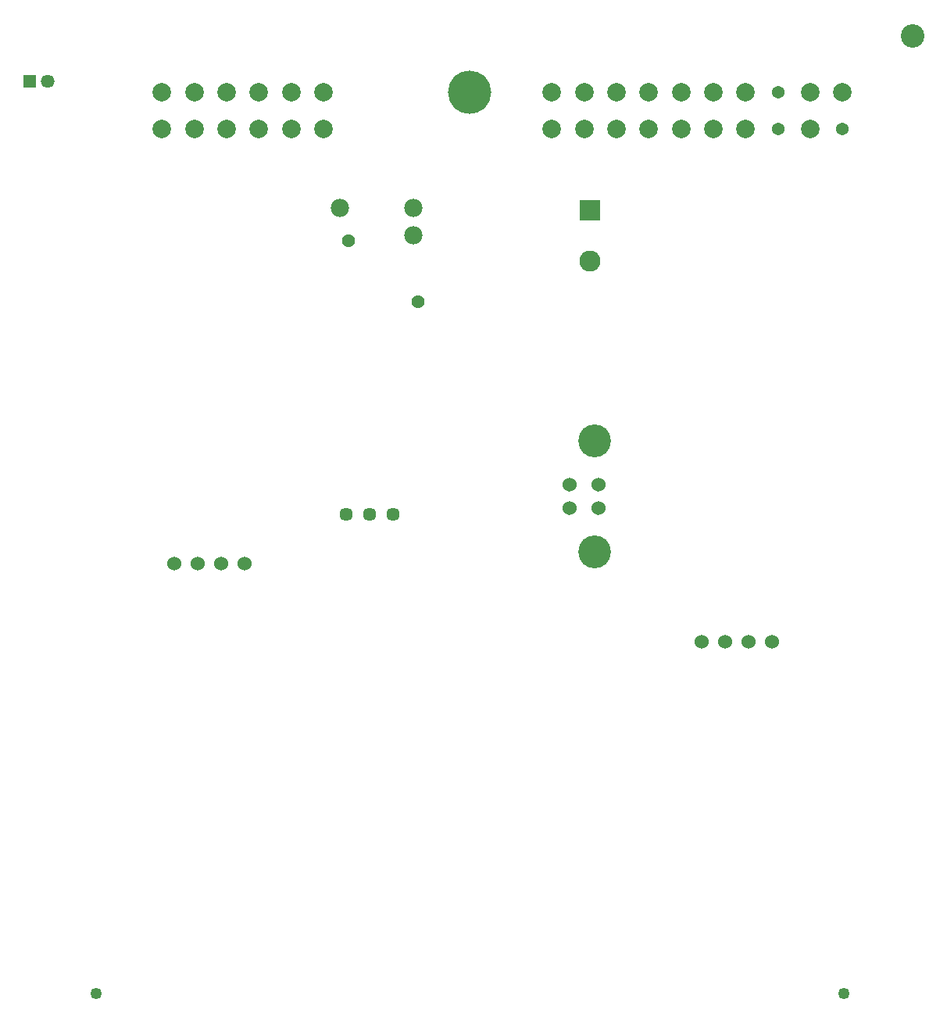
<source format=gbs>
G04 #@! TF.GenerationSoftware,KiCad,Pcbnew,(5.1.6-0-10_14)*
G04 #@! TF.CreationDate,2020-09-25T20:25:35+02:00*
G04 #@! TF.ProjectId,CHAdeMO_V2.0,43484164-654d-44f5-9f56-322e302e6b69,rev?*
G04 #@! TF.SameCoordinates,Original*
G04 #@! TF.FileFunction,Soldermask,Bot*
G04 #@! TF.FilePolarity,Negative*
%FSLAX46Y46*%
G04 Gerber Fmt 4.6, Leading zero omitted, Abs format (unit mm)*
G04 Created by KiCad (PCBNEW (5.1.6-0-10_14)) date 2020-09-25 20:25:35*
%MOMM*%
%LPD*%
G01*
G04 APERTURE LIST*
%ADD10C,1.975000*%
%ADD11C,1.433000*%
%ADD12C,1.450000*%
%ADD13C,4.675000*%
%ADD14C,2.005000*%
%ADD15C,1.370000*%
%ADD16C,1.468000*%
%ADD17R,1.468000X1.468000*%
%ADD18C,2.275000*%
%ADD19R,2.275000X2.275000*%
%ADD20C,2.552000*%
%ADD21C,1.252000*%
%ADD22C,1.530000*%
%ADD23C,3.550000*%
%ADD24C,1.531000*%
G04 APERTURE END LIST*
D10*
G04 #@! TO.C,K1*
X93868000Y-65541600D03*
X85868000Y-62541600D03*
X93868000Y-62541600D03*
D11*
X94368000Y-72741600D03*
X86868000Y-66141600D03*
G04 #@! TD*
D12*
G04 #@! TO.C,PS3*
X86563200Y-95707200D03*
X89103200Y-95707200D03*
X91643200Y-95707200D03*
G04 #@! TD*
D13*
G04 #@! TO.C,J2*
X100000000Y-50000000D03*
D14*
X108890000Y-50000000D03*
X112390000Y-50000000D03*
X115890000Y-50000000D03*
X119390000Y-50000000D03*
X122890000Y-50000000D03*
X126390000Y-50000000D03*
X129890000Y-50000000D03*
D15*
X133390000Y-50000000D03*
D14*
X136890000Y-50000000D03*
X140390000Y-50000000D03*
X108890000Y-54000000D03*
X112390000Y-54000000D03*
X115890000Y-54000000D03*
X119390000Y-54000000D03*
X122890000Y-54000000D03*
X126390000Y-54000000D03*
X129890000Y-54000000D03*
D15*
X133390000Y-54000000D03*
D14*
X136890000Y-54000000D03*
D15*
X140390000Y-54000000D03*
D14*
X66620000Y-50000000D03*
X70120000Y-50000000D03*
X73620000Y-50000000D03*
X77120000Y-50000000D03*
X80620000Y-50000000D03*
X84120000Y-50000000D03*
X66620000Y-54000000D03*
X70120000Y-54000000D03*
X73620000Y-54000000D03*
X77120000Y-54000000D03*
X80620000Y-54000000D03*
X84120000Y-54000000D03*
G04 #@! TD*
D16*
G04 #@! TO.C,J4*
X54255700Y-48827600D03*
D17*
X52255700Y-48827600D03*
G04 #@! TD*
D18*
G04 #@! TO.C,J3*
X113030000Y-68339600D03*
D19*
X113030000Y-62839600D03*
G04 #@! TD*
D20*
G04 #@! TO.C,H1*
X148000000Y-43920000D03*
G04 #@! TD*
D21*
G04 #@! TO.C,H3*
X59450000Y-147670000D03*
G04 #@! TD*
G04 #@! TO.C,H2*
X140550000Y-147670000D03*
G04 #@! TD*
D22*
G04 #@! TO.C,PS1*
X132689600Y-109524800D03*
X130149600Y-109524800D03*
X127609600Y-109524800D03*
X125069600Y-109524800D03*
G04 #@! TD*
G04 #@! TO.C,PS2*
X67945000Y-101092000D03*
X70485000Y-101092000D03*
X73025000Y-101092000D03*
X75565000Y-101092000D03*
G04 #@! TD*
D23*
G04 #@! TO.C,J1*
X113479400Y-87762200D03*
X113479400Y-99802200D03*
D24*
X113969400Y-92532200D03*
X113969400Y-95032200D03*
X110769400Y-95032200D03*
X110769400Y-92532200D03*
G04 #@! TD*
M02*

</source>
